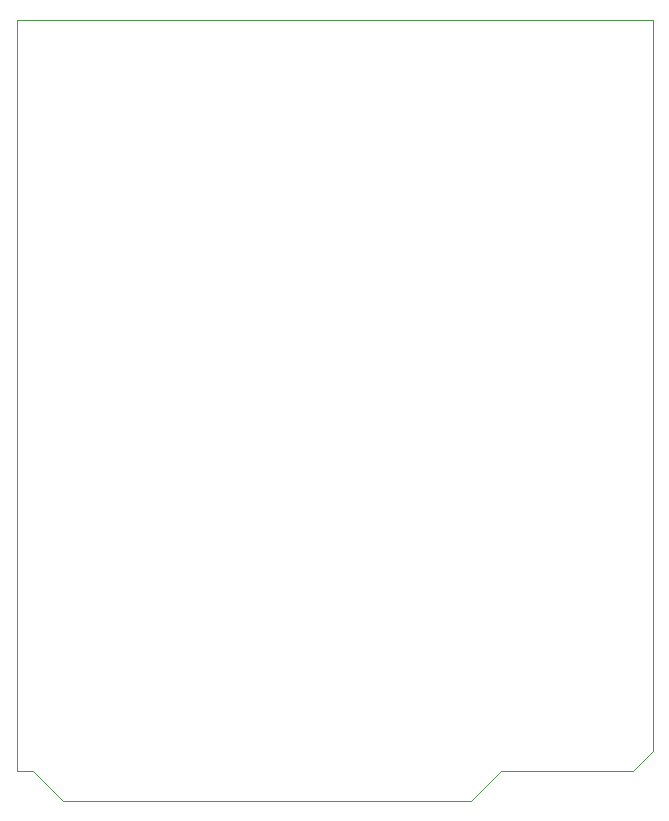
<source format=gm1>
G04 #@! TF.GenerationSoftware,KiCad,Pcbnew,7.0.0*
G04 #@! TF.CreationDate,2023-03-01T21:53:21-08:00*
G04 #@! TF.ProjectId,KYBERNETES-CHASSIS-SHIELD,4b594245-524e-4455-9445-532d43484153,rev?*
G04 #@! TF.SameCoordinates,Original*
G04 #@! TF.FileFunction,Profile,NP*
%FSLAX46Y46*%
G04 Gerber Fmt 4.6, Leading zero omitted, Abs format (unit mm)*
G04 Created by KiCad (PCBNEW 7.0.0) date 2023-03-01 21:53:21*
%MOMM*%
%LPD*%
G01*
G04 APERTURE LIST*
G04 #@! TA.AperFunction,Profile*
%ADD10C,0.100000*%
G04 #@! TD*
G04 APERTURE END LIST*
D10*
X178725000Y-127525000D02*
X177075000Y-129175000D01*
X128675000Y-131575000D02*
X126275000Y-129175000D01*
X178725000Y-73250000D02*
X178725000Y-127525000D01*
X163350000Y-131725000D02*
X128825000Y-131725000D01*
X124875000Y-65610000D02*
X178725000Y-65610000D01*
X177075000Y-129175000D02*
X165900000Y-129175000D01*
X128825000Y-131725000D02*
X128675000Y-131575000D01*
X165900000Y-129175000D02*
X163350000Y-131725000D01*
X126275000Y-129175000D02*
X124875000Y-129175000D01*
X124875000Y-73250000D02*
X124875000Y-65610000D01*
X178725000Y-65610000D02*
X178725000Y-73250000D01*
X124875000Y-73250000D02*
X124875000Y-129175000D01*
M02*

</source>
